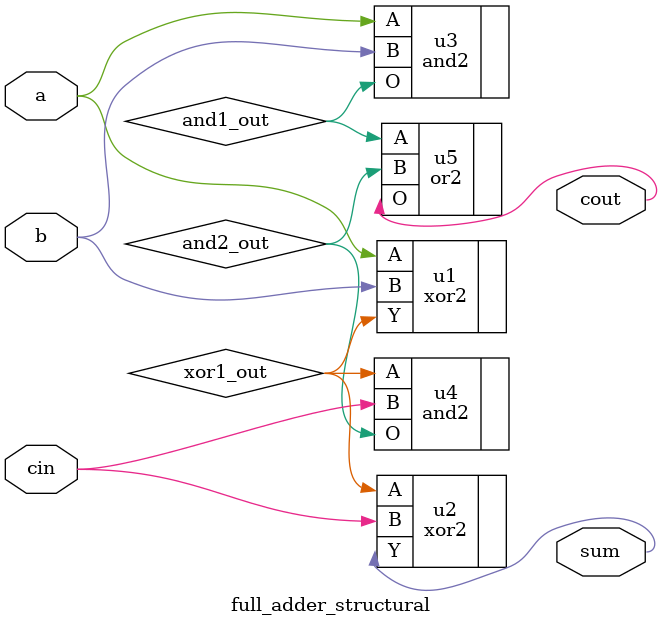
<source format=v>
module full_adder_structural(
    input wire a,      // Dây tín hiệu bên ngoài vẫn giữ chữ thường
    input wire b,
    input wire cin,
    output wire sum,
    output wire cout
);

    // Tín hiệu trung gian
    wire xor1_out, and1_out, and2_out;


    // 1. Tính Sum
    // xor1_out = a ^ b
    xor2 u1 ( .A(a), .B(b), .Y(xor1_out) );

    // sum = xor1_out ^ cin
    xor2 u2 ( .A(xor1_out), .B(cin), .Y(sum) );

    // 2. Tính Carry Out
    // and1_out = a & b
    and2 u3 ( .A(a), .B(b), .O(and1_out) );

    // and2_out = xor1_out & cin
    and2 u4 ( .A(xor1_out), .B(cin), .O(and2_out) );

    // cout = and1_out | and2_out
    or2  u5 ( .A(and1_out), .B(and2_out), .O(cout) );

endmodule

</source>
